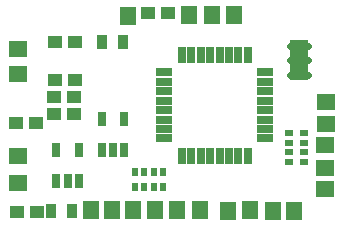
<source format=gts>
G75*
%MOIN*%
%OFA0B0*%
%FSLAX25Y25*%
%IPPOS*%
%LPD*%
%AMOC8*
5,1,8,0,0,1.08239X$1,22.5*
%
%ADD10R,0.04731X0.04337*%
%ADD11R,0.06400X0.05400*%
%ADD12R,0.05400X0.06400*%
%ADD13R,0.03550X0.05124*%
%ADD14R,0.02959X0.02369*%
%ADD15R,0.02369X0.02959*%
%ADD16R,0.02565X0.05124*%
%ADD17R,0.05400X0.02600*%
%ADD18R,0.02600X0.05400*%
%ADD19C,0.02172*%
%ADD20R,0.06040X0.13760*%
D10*
X0007249Y0007500D03*
X0013942Y0007500D03*
X0013470Y0037386D03*
X0019565Y0040379D03*
X0019718Y0046046D03*
X0026411Y0046046D03*
X0026258Y0040379D03*
X0026470Y0051786D03*
X0019778Y0051786D03*
X0019778Y0064186D03*
X0026470Y0064186D03*
X0050828Y0073899D03*
X0057521Y0073899D03*
X0006778Y0037386D03*
D11*
X0007524Y0026186D03*
X0007524Y0017386D03*
X0007724Y0053786D03*
X0007724Y0061986D03*
X0110124Y0044225D03*
X0110124Y0037045D03*
X0109960Y0029917D03*
X0109924Y0022425D03*
X0109963Y0015300D03*
D12*
X0099623Y0008113D03*
X0092494Y0008159D03*
X0084888Y0008200D03*
X0077523Y0007999D03*
X0068194Y0008236D03*
X0060544Y0008186D03*
X0053227Y0008213D03*
X0045975Y0008276D03*
X0039006Y0008222D03*
X0031778Y0008213D03*
X0044143Y0072998D03*
X0064737Y0073489D03*
X0072177Y0073330D03*
X0079746Y0073183D03*
D13*
X0042667Y0064386D03*
X0035581Y0064386D03*
X0025560Y0007862D03*
X0018473Y0007862D03*
D14*
X0098063Y0024461D03*
X0098063Y0027611D03*
X0098063Y0030761D03*
X0098063Y0033910D03*
X0102985Y0033910D03*
X0102985Y0030761D03*
X0102985Y0027611D03*
X0102985Y0024461D03*
D15*
X0055977Y0021013D03*
X0052828Y0021013D03*
X0049678Y0021013D03*
X0046529Y0021013D03*
X0046529Y0016092D03*
X0049678Y0016092D03*
X0052828Y0016092D03*
X0055977Y0016092D03*
D16*
X0043064Y0028467D03*
X0039324Y0028467D03*
X0035584Y0028467D03*
X0027864Y0028304D03*
X0020384Y0028304D03*
X0020384Y0018067D03*
X0024124Y0018067D03*
X0027864Y0018067D03*
X0035584Y0038704D03*
X0043064Y0038704D03*
D17*
X0056296Y0038492D03*
X0056296Y0035343D03*
X0056296Y0032193D03*
X0056296Y0041642D03*
X0056296Y0044791D03*
X0056296Y0047941D03*
X0056296Y0051091D03*
X0056296Y0054240D03*
X0090096Y0054240D03*
X0090096Y0051091D03*
X0090096Y0047941D03*
X0090096Y0044791D03*
X0090096Y0041642D03*
X0090096Y0038492D03*
X0090096Y0035343D03*
X0090096Y0032193D03*
D18*
X0084220Y0026317D03*
X0081070Y0026317D03*
X0077921Y0026317D03*
X0074771Y0026317D03*
X0071621Y0026317D03*
X0068472Y0026317D03*
X0065322Y0026317D03*
X0062173Y0026317D03*
X0062173Y0060117D03*
X0065322Y0060117D03*
X0068472Y0060117D03*
X0071621Y0060117D03*
X0074771Y0060117D03*
X0077921Y0060117D03*
X0081070Y0060117D03*
X0084220Y0060117D03*
D19*
X0098372Y0058210D02*
X0104100Y0058210D01*
X0104100Y0062934D02*
X0098372Y0062934D01*
X0098372Y0053485D02*
X0104100Y0053485D01*
D20*
X0101246Y0058200D03*
M02*

</source>
